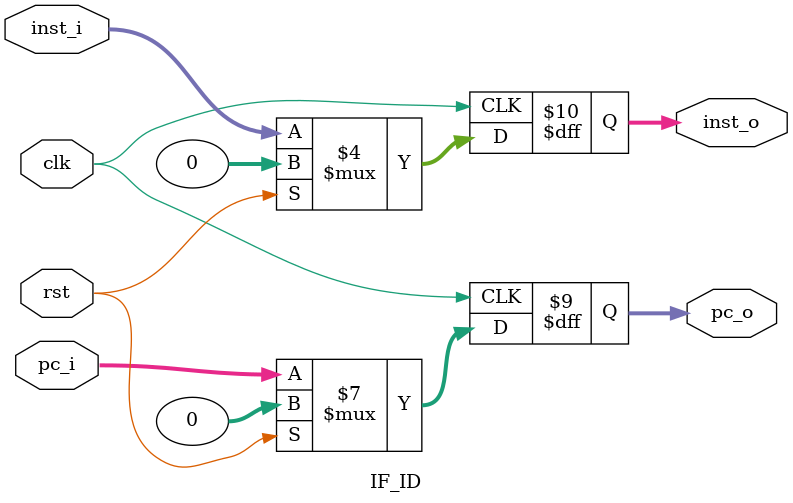
<source format=v>
module IF_ID(
    input wire clk,
    input wire rst,
    input wire[31:0] pc_i,
    input wire[31:0] inst_i,
    
    output reg[31:0] pc_o,
    output reg[31:0] inst_o
);

    always @ (posedge clk) begin
        if(rst == 1'b1) begin
            pc_o <= 32'b0;
            inst_o <= 32'b0;
        end else begin
            pc_o <= pc_i;
            inst_o <= inst_i;
        end
    end
endmodule
   
    
</source>
